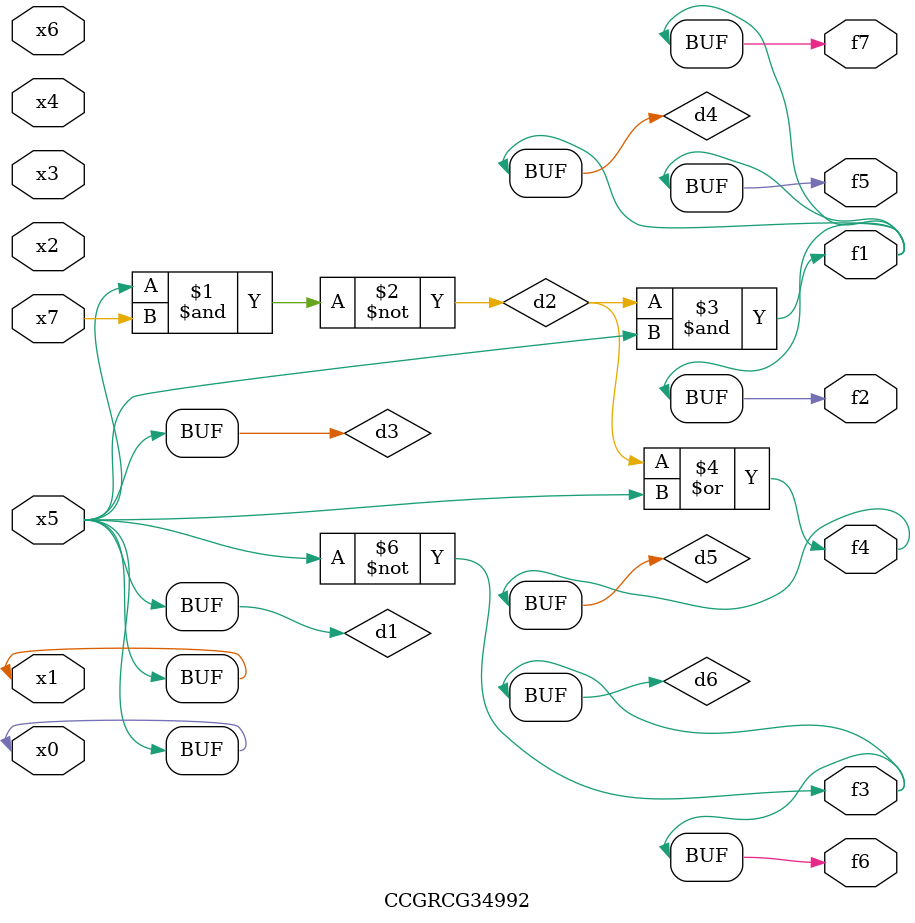
<source format=v>
module CCGRCG34992(
	input x0, x1, x2, x3, x4, x5, x6, x7,
	output f1, f2, f3, f4, f5, f6, f7
);

	wire d1, d2, d3, d4, d5, d6;

	buf (d1, x0, x5);
	nand (d2, x5, x7);
	buf (d3, x0, x1);
	and (d4, d2, d3);
	or (d5, d2, d3);
	nor (d6, d1, d3);
	assign f1 = d4;
	assign f2 = d4;
	assign f3 = d6;
	assign f4 = d5;
	assign f5 = d4;
	assign f6 = d6;
	assign f7 = d4;
endmodule

</source>
